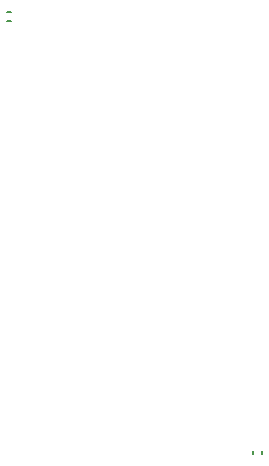
<source format=gbo>
G04*
G04 #@! TF.GenerationSoftware,Altium Limited,Altium Designer,18.1.7 (191)*
G04*
G04 Layer_Color=32896*
%FSLAX43Y43*%
%MOMM*%
G71*
G01*
G75*
%ADD31C,0.127*%
D31*
X27248Y71719D02*
X27552D01*
X27248Y72531D02*
X27552D01*
X48856Y35073D02*
Y35377D01*
X48044Y35073D02*
Y35377D01*
M02*

</source>
